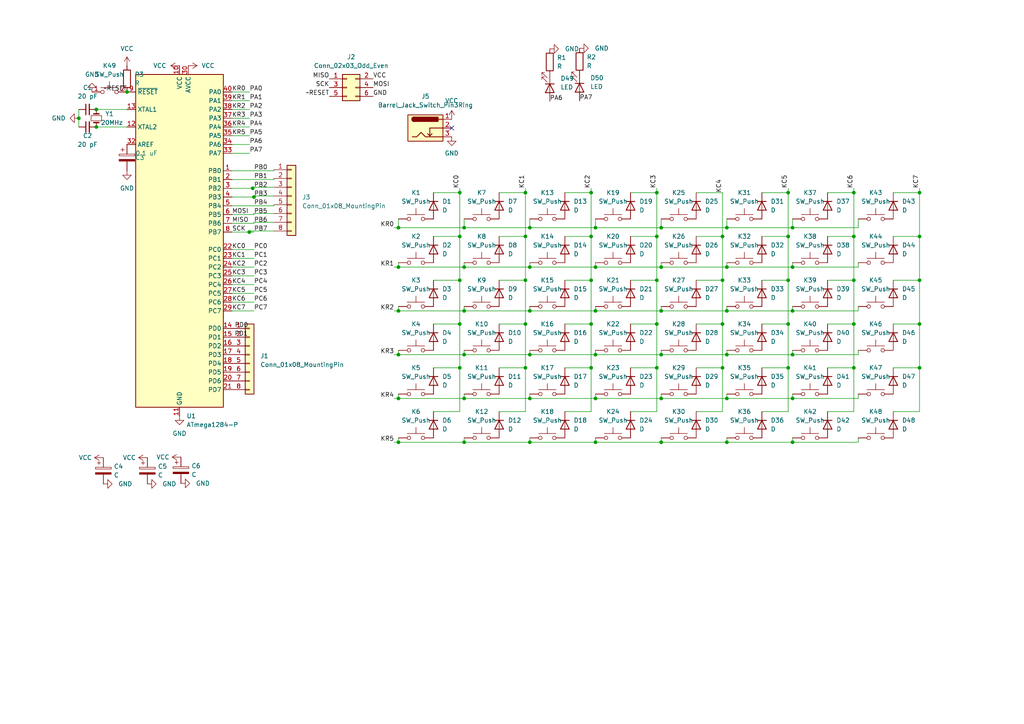
<source format=kicad_sch>
(kicad_sch (version 20211123) (generator eeschema)
  (paper "A4")
  (junction (at 247.65 106.68))
  (junction (at 229.87 90.17))
  (junction (at 22.86 34.29))
  (junction (at 210.82 115.57))
  (junction (at 210.82 128.27))
  (junction (at 152.4 93.98))
  (junction (at 171.45 106.68))
  (junction (at 73.66 57.15))
  (junction (at 228.6 81.28))
  (junction (at 152.4 68.58))
  (junction (at 228.6 55.88))
  (junction (at 229.87 66.04))
  (junction (at 266.7 81.28))
  (junction (at 191.77 66.04))
  (junction (at 172.72 66.04))
  (junction (at 209.55 81.28))
  (junction (at 133.35 55.88))
  (junction (at 115.57 90.17))
  (junction (at 209.55 106.68))
  (junction (at 247.65 68.58))
  (junction (at 115.57 77.47))
  (junction (at 172.72 102.87))
  (junction (at 228.6 93.98))
  (junction (at 171.45 93.98))
  (junction (at 210.82 90.17))
  (junction (at 171.45 81.28))
  (junction (at 134.62 90.17))
  (junction (at 152.4 55.88))
  (junction (at 247.65 55.88))
  (junction (at 266.7 93.98))
  (junction (at 134.62 102.87))
  (junction (at 172.72 128.27))
  (junction (at 27.94 31.75))
  (junction (at 171.45 55.88))
  (junction (at 210.82 66.04))
  (junction (at 191.77 77.47))
  (junction (at 229.87 77.47))
  (junction (at 133.35 68.58))
  (junction (at 115.57 66.04))
  (junction (at 229.87 115.57))
  (junction (at 115.57 102.87))
  (junction (at 134.62 77.47))
  (junction (at 190.5 81.28))
  (junction (at 73.3044 54.61))
  (junction (at 133.35 81.28))
  (junction (at 228.6 106.68))
  (junction (at 115.57 128.27))
  (junction (at 172.72 77.47))
  (junction (at 133.35 93.98))
  (junction (at 229.87 128.27))
  (junction (at 210.82 77.47))
  (junction (at 153.67 128.27))
  (junction (at 36.83 26.67))
  (junction (at 153.67 102.87))
  (junction (at 191.77 90.17))
  (junction (at 152.4 106.68))
  (junction (at 191.77 115.57))
  (junction (at 266.7 68.58))
  (junction (at 153.67 66.04))
  (junction (at 153.67 115.57))
  (junction (at 190.5 106.68))
  (junction (at 191.77 102.87))
  (junction (at 229.87 102.87))
  (junction (at 266.7 55.88))
  (junction (at 153.67 90.17))
  (junction (at 190.5 55.88))
  (junction (at 133.35 106.68))
  (junction (at 228.6 68.58))
  (junction (at 247.65 81.28))
  (junction (at 191.77 128.27))
  (junction (at 171.45 68.58))
  (junction (at 266.7 106.68))
  (junction (at 153.67 77.47))
  (junction (at 134.62 66.04))
  (junction (at 172.72 90.17))
  (junction (at 247.65 93.98))
  (junction (at 190.5 93.98))
  (junction (at 115.57 115.57))
  (junction (at 72.2884 67.31))
  (junction (at 27.94 36.83))
  (junction (at 134.62 128.27))
  (junction (at 210.82 102.87))
  (junction (at 172.72 115.57))
  (junction (at 209.55 93.98))
  (junction (at 190.5 68.58))
  (junction (at 134.62 115.57))
  (junction (at 152.4 81.28))
  (junction (at 209.55 68.58))
  (no_connect (at 131.0132 37.1348))
  (wire (pts (xy 191.77 63.5) (xy 191.77 66.04)))
  (wire (pts (xy 191.77 127) (xy 191.77 128.27)))
  (wire (pts (xy 144.78 68.58) (xy 152.4 68.58)))
  (wire (pts (xy 163.83 93.98) (xy 171.45 93.98)))
  (wire (pts (xy 134.62 66.04) (xy 153.67 66.04)))
  (wire (pts (xy 228.6 55.88) (xy 228.6 68.58)))
  (wire (pts (xy 115.57 88.9) (xy 115.57 90.17)))
  (wire (pts (xy 171.45 68.58) (xy 171.45 81.28)))
  (wire (pts (xy 73.66 57.15) (xy 73.66 57.2008)))
  (wire (pts (xy 209.55 55.88) (xy 209.55 68.58)))
  (wire (pts (xy 191.77 114.3) (xy 191.77 115.57)))
  (wire (pts (xy 182.88 119.38) (xy 190.5 119.38)))
  (wire (pts (xy 79.4512 67.0052) (xy 72.2884 67.0052)))
  (wire (pts (xy 240.03 106.68) (xy 247.65 106.68)))
  (wire (pts (xy 228.6 54.61) (xy 228.6 55.88)))
  (wire (pts (xy 133.35 55.88) (xy 133.35 68.58)))
  (wire (pts (xy 210.82 128.27) (xy 229.87 128.27)))
  (wire (pts (xy 210.82 63.5) (xy 210.82 66.04)))
  (wire (pts (xy 229.87 76.2) (xy 229.87 77.47)))
  (wire (pts (xy 240.03 55.88) (xy 247.65 55.88)))
  (wire (pts (xy 190.5 93.98) (xy 190.5 106.68)))
  (wire (pts (xy 67.31 67.31) (xy 72.2884 67.31)))
  (wire (pts (xy 153.67 63.5) (xy 153.67 66.04)))
  (wire (pts (xy 134.62 128.27) (xy 153.67 128.27)))
  (wire (pts (xy 190.5 55.88) (xy 190.5 68.58)))
  (wire (pts (xy 229.87 128.27) (xy 248.92 128.27)))
  (wire (pts (xy 153.67 88.9) (xy 153.67 90.17)))
  (wire (pts (xy 240.03 68.58) (xy 247.65 68.58)))
  (wire (pts (xy 144.78 55.88) (xy 152.4 55.88)))
  (wire (pts (xy 191.77 66.04) (xy 210.82 66.04)))
  (wire (pts (xy 115.57 101.6) (xy 115.57 102.87)))
  (wire (pts (xy 191.77 102.87) (xy 210.82 102.87)))
  (wire (pts (xy 172.72 88.9) (xy 172.72 90.17)))
  (wire (pts (xy 125.73 81.28) (xy 133.35 81.28)))
  (wire (pts (xy 67.31 90.17) (xy 73.66 90.17)))
  (wire (pts (xy 153.67 102.87) (xy 172.72 102.87)))
  (wire (pts (xy 153.67 90.17) (xy 172.72 90.17)))
  (wire (pts (xy 67.31 57.15) (xy 73.66 57.15)))
  (wire (pts (xy 266.7 81.28) (xy 266.7 93.98)))
  (wire (pts (xy 125.73 68.58) (xy 133.35 68.58)))
  (wire (pts (xy 153.67 114.3) (xy 153.67 115.57)))
  (wire (pts (xy 220.98 55.88) (xy 228.6 55.88)))
  (wire (pts (xy 171.45 93.98) (xy 171.45 106.68)))
  (wire (pts (xy 247.65 54.61) (xy 247.65 55.88)))
  (wire (pts (xy 67.31 36.83) (xy 72.39 36.83)))
  (wire (pts (xy 79.4512 61.9252) (xy 73.66 61.9252)))
  (wire (pts (xy 240.03 119.38) (xy 247.65 119.38)))
  (wire (pts (xy 248.92 88.9) (xy 248.92 90.17)))
  (wire (pts (xy 266.7 106.68) (xy 266.7 119.38)))
  (wire (pts (xy 133.35 106.68) (xy 133.35 119.38)))
  (wire (pts (xy 248.92 101.6) (xy 248.92 102.87)))
  (wire (pts (xy 67.31 54.61) (xy 73.3044 54.61)))
  (wire (pts (xy 229.87 127) (xy 229.87 128.27)))
  (wire (pts (xy 191.77 76.2) (xy 191.77 77.47)))
  (wire (pts (xy 229.87 90.17) (xy 248.92 90.17)))
  (wire (pts (xy 73.3044 54.61) (xy 73.66 54.61)))
  (wire (pts (xy 259.08 106.68) (xy 266.7 106.68)))
  (wire (pts (xy 152.4 81.28) (xy 152.4 93.98)))
  (wire (pts (xy 172.72 102.87) (xy 191.77 102.87)))
  (wire (pts (xy 67.31 52.07) (xy 79.4512 52.07)))
  (wire (pts (xy 191.77 90.17) (xy 210.82 90.17)))
  (wire (pts (xy 153.67 66.04) (xy 172.72 66.04)))
  (wire (pts (xy 172.72 127) (xy 172.72 128.27)))
  (wire (pts (xy 163.83 55.88) (xy 171.45 55.88)))
  (wire (pts (xy 67.31 85.09) (xy 73.66 85.09)))
  (wire (pts (xy 67.31 41.91) (xy 72.39 41.91)))
  (wire (pts (xy 228.6 93.98) (xy 228.6 106.68)))
  (wire (pts (xy 67.31 62.23) (xy 73.66 62.23)))
  (wire (pts (xy 210.82 101.6) (xy 210.82 102.87)))
  (wire (pts (xy 266.7 93.98) (xy 266.7 106.68)))
  (wire (pts (xy 247.65 68.58) (xy 247.65 81.28)))
  (wire (pts (xy 134.62 88.9) (xy 134.62 90.17)))
  (wire (pts (xy 134.62 115.57) (xy 153.67 115.57)))
  (wire (pts (xy 134.62 102.87) (xy 153.67 102.87)))
  (wire (pts (xy 114.3 90.17) (xy 115.57 90.17)))
  (wire (pts (xy 79.4512 52.07) (xy 79.4512 51.7652)))
  (wire (pts (xy 228.6 68.58) (xy 228.6 81.28)))
  (wire (pts (xy 134.62 77.47) (xy 153.67 77.47)))
  (wire (pts (xy 229.87 102.87) (xy 248.92 102.87)))
  (wire (pts (xy 134.62 127) (xy 134.62 128.27)))
  (wire (pts (xy 201.93 55.88) (xy 209.55 55.88)))
  (wire (pts (xy 210.82 77.47) (xy 229.87 77.47)))
  (wire (pts (xy 67.31 34.29) (xy 72.39 34.29)))
  (wire (pts (xy 67.31 31.75) (xy 72.39 31.75)))
  (wire (pts (xy 191.77 101.6) (xy 191.77 102.87)))
  (wire (pts (xy 144.78 93.98) (xy 152.4 93.98)))
  (wire (pts (xy 171.45 106.68) (xy 171.45 119.38)))
  (wire (pts (xy 266.7 68.58) (xy 266.7 81.28)))
  (wire (pts (xy 125.73 55.88) (xy 133.35 55.88)))
  (wire (pts (xy 73.66 64.4652) (xy 73.66 64.77)))
  (wire (pts (xy 163.83 119.38) (xy 171.45 119.38)))
  (wire (pts (xy 172.72 76.2) (xy 172.72 77.47)))
  (wire (pts (xy 163.83 106.68) (xy 171.45 106.68)))
  (wire (pts (xy 201.93 119.38) (xy 209.55 119.38)))
  (wire (pts (xy 191.77 77.47) (xy 210.82 77.47)))
  (wire (pts (xy 67.31 72.39) (xy 73.66 72.39)))
  (wire (pts (xy 67.31 87.63) (xy 73.66 87.63)))
  (wire (pts (xy 73.3044 54.3052) (xy 73.3044 54.61)))
  (wire (pts (xy 171.45 55.88) (xy 171.45 68.58)))
  (wire (pts (xy 182.88 55.88) (xy 190.5 55.88)))
  (wire (pts (xy 172.72 101.6) (xy 172.72 102.87)))
  (wire (pts (xy 172.72 63.5) (xy 172.72 66.04)))
  (wire (pts (xy 220.98 81.28) (xy 228.6 81.28)))
  (wire (pts (xy 144.78 106.68) (xy 152.4 106.68)))
  (wire (pts (xy 114.3 115.57) (xy 115.57 115.57)))
  (wire (pts (xy 67.31 59.69) (xy 79.4512 59.69)))
  (wire (pts (xy 79.4512 49.53) (xy 79.4512 49.2252)))
  (wire (pts (xy 190.5 68.58) (xy 190.5 81.28)))
  (wire (pts (xy 27.94 31.75) (xy 36.83 31.75)))
  (wire (pts (xy 248.92 76.2) (xy 248.92 77.47)))
  (wire (pts (xy 144.78 81.28) (xy 152.4 81.28)))
  (wire (pts (xy 248.92 114.3) (xy 248.92 115.57)))
  (wire (pts (xy 259.08 119.38) (xy 266.7 119.38)))
  (wire (pts (xy 114.3 66.04) (xy 115.57 66.04)))
  (wire (pts (xy 163.83 68.58) (xy 171.45 68.58)))
  (wire (pts (xy 210.82 127) (xy 210.82 128.27)))
  (wire (pts (xy 115.57 90.17) (xy 134.62 90.17)))
  (wire (pts (xy 247.65 93.98) (xy 247.65 106.68)))
  (wire (pts (xy 153.67 128.27) (xy 172.72 128.27)))
  (wire (pts (xy 210.82 115.57) (xy 229.87 115.57)))
  (wire (pts (xy 134.62 101.6) (xy 134.62 102.87)))
  (wire (pts (xy 114.3 128.27) (xy 115.57 128.27)))
  (wire (pts (xy 67.31 49.53) (xy 79.4512 49.53)))
  (wire (pts (xy 259.08 93.98) (xy 266.7 93.98)))
  (wire (pts (xy 22.86 34.29) (xy 22.86 36.83)))
  (wire (pts (xy 182.88 68.58) (xy 190.5 68.58)))
  (wire (pts (xy 209.55 81.28) (xy 209.55 93.98)))
  (wire (pts (xy 210.82 88.9) (xy 210.82 90.17)))
  (wire (pts (xy 247.65 106.68) (xy 247.65 119.38)))
  (wire (pts (xy 247.65 81.28) (xy 247.65 93.98)))
  (wire (pts (xy 115.57 128.27) (xy 134.62 128.27)))
  (wire (pts (xy 133.35 54.61) (xy 133.35 55.88)))
  (wire (pts (xy 163.83 81.28) (xy 171.45 81.28)))
  (wire (pts (xy 210.82 76.2) (xy 210.82 77.47)))
  (wire (pts (xy 153.67 76.2) (xy 153.67 77.47)))
  (wire (pts (xy 79.4512 54.3052) (xy 73.3044 54.3052)))
  (wire (pts (xy 190.5 54.61) (xy 190.5 55.88)))
  (wire (pts (xy 153.67 101.6) (xy 153.67 102.87)))
  (wire (pts (xy 191.77 115.57) (xy 210.82 115.57)))
  (wire (pts (xy 152.4 106.68) (xy 152.4 119.38)))
  (wire (pts (xy 133.35 68.58) (xy 133.35 81.28)))
  (wire (pts (xy 228.6 106.68) (xy 228.6 119.38)))
  (wire (pts (xy 115.57 77.47) (xy 134.62 77.47)))
  (wire (pts (xy 229.87 88.9) (xy 229.87 90.17)))
  (wire (pts (xy 125.73 119.38) (xy 133.35 119.38)))
  (wire (pts (xy 72.2884 67.31) (xy 73.66 67.31)))
  (wire (pts (xy 153.67 127) (xy 153.67 128.27)))
  (wire (pts (xy 153.67 77.47) (xy 172.72 77.47)))
  (wire (pts (xy 134.62 63.5) (xy 134.62 66.04)))
  (wire (pts (xy 229.87 63.5) (xy 229.87 66.04)))
  (wire (pts (xy 229.87 101.6) (xy 229.87 102.87)))
  (wire (pts (xy 210.82 90.17) (xy 229.87 90.17)))
  (wire (pts (xy 114.3 102.87) (xy 115.57 102.87)))
  (wire (pts (xy 152.4 68.58) (xy 152.4 81.28)))
  (wire (pts (xy 229.87 115.57) (xy 248.92 115.57)))
  (wire (pts (xy 190.5 81.28) (xy 190.5 93.98)))
  (wire (pts (xy 259.08 55.88) (xy 266.7 55.88)))
  (wire (pts (xy 115.57 102.87) (xy 134.62 102.87)))
  (wire (pts (xy 134.62 114.3) (xy 134.62 115.57)))
  (wire (pts (xy 67.31 64.77) (xy 73.66 64.77)))
  (wire (pts (xy 133.35 93.98) (xy 133.35 106.68)))
  (wire (pts (xy 152.4 93.98) (xy 152.4 106.68)))
  (wire (pts (xy 201.93 106.68) (xy 209.55 106.68)))
  (wire (pts (xy 248.92 127) (xy 248.92 128.27)))
  (wire (pts (xy 152.4 54.61) (xy 152.4 55.88)))
  (wire (pts (xy 172.72 77.47) (xy 191.77 77.47)))
  (wire (pts (xy 152.4 55.88) (xy 152.4 68.58)))
  (wire (pts (xy 73.66 61.9252) (xy 73.66 62.23)))
  (wire (pts (xy 240.03 93.98) (xy 247.65 93.98)))
  (wire (pts (xy 115.57 127) (xy 115.57 128.27)))
  (wire (pts (xy 67.31 82.55) (xy 73.66 82.55)))
  (wire (pts (xy 209.55 93.98) (xy 209.55 106.68)))
  (wire (pts (xy 67.31 26.67) (xy 72.39 26.67)))
  (wire (pts (xy 67.31 39.37) (xy 72.39 39.37)))
  (wire (pts (xy 209.55 106.68) (xy 209.55 119.38)))
  (wire (pts (xy 190.5 106.68) (xy 190.5 119.38)))
  (wire (pts (xy 67.31 74.93) (xy 73.66 74.93)))
  (wire (pts (xy 171.45 81.28) (xy 171.45 93.98)))
  (wire (pts (xy 182.88 106.68) (xy 190.5 106.68)))
  (wire (pts (xy 259.08 68.58) (xy 266.7 68.58)))
  (wire (pts (xy 134.62 76.2) (xy 134.62 77.47)))
  (wire (pts (xy 115.57 114.3) (xy 115.57 115.57)))
  (wire (pts (xy 172.72 114.3) (xy 172.72 115.57)))
  (wire (pts (xy 182.88 81.28) (xy 190.5 81.28)))
  (wire (pts (xy 172.72 115.57) (xy 191.77 115.57)))
  (wire (pts (xy 201.93 81.28) (xy 209.55 81.28)))
  (wire (pts (xy 201.93 93.98) (xy 209.55 93.98)))
  (wire (pts (xy 73.66 56.8452) (xy 73.66 57.15)))
  (wire (pts (xy 22.86 31.75) (xy 22.86 34.29)))
  (wire (pts (xy 67.31 44.45) (xy 72.39 44.45)))
  (wire (pts (xy 172.72 66.04) (xy 191.77 66.04)))
  (wire (pts (xy 259.08 81.28) (xy 266.7 81.28)))
  (wire (pts (xy 153.67 115.57) (xy 172.72 115.57)))
  (wire (pts (xy 229.87 114.3) (xy 229.87 115.57)))
  (wire (pts (xy 266.7 54.61) (xy 266.7 55.88)))
  (wire (pts (xy 220.98 93.98) (xy 228.6 93.98)))
  (wire (pts (xy 220.98 106.68) (xy 228.6 106.68)))
  (wire (pts (xy 229.87 77.47) (xy 248.92 77.47)))
  (wire (pts (xy 115.57 63.5) (xy 115.57 66.04)))
  (wire (pts (xy 228.6 81.28) (xy 228.6 93.98)))
  (wire (pts (xy 220.98 119.38) (xy 228.6 119.38)))
  (wire (pts (xy 247.65 55.88) (xy 247.65 68.58)))
  (wire (pts (xy 209.55 68.58) (xy 209.55 81.28)))
  (wire (pts (xy 79.4512 56.8452) (xy 73.66 56.8452)))
  (wire (pts (xy 79.4512 64.4652) (xy 73.66 64.4652)))
  (wire (pts (xy 67.31 77.47) (xy 73.66 77.47)))
  (wire (pts (xy 191.77 128.27) (xy 210.82 128.27)))
  (wire (pts (xy 67.31 29.21) (xy 72.39 29.21)))
  (wire (pts (xy 229.87 66.04) (xy 248.92 66.04)))
  (wire (pts (xy 210.82 102.87) (xy 229.87 102.87)))
  (wire (pts (xy 72.2884 67.0052) (xy 72.2884 67.31)))
  (wire (pts (xy 134.62 90.17) (xy 153.67 90.17)))
  (wire (pts (xy 144.78 119.38) (xy 152.4 119.38)))
  (wire (pts (xy 172.72 90.17) (xy 191.77 90.17)))
  (wire (pts (xy 201.93 68.58) (xy 209.55 68.58)))
  (wire (pts (xy 240.03 81.28) (xy 247.65 81.28)))
  (wire (pts (xy 114.3 77.47) (xy 115.57 77.47)))
  (wire (pts (xy 248.92 63.5) (xy 248.92 66.04)))
  (wire (pts (xy 125.73 106.68) (xy 133.35 106.68)))
  (wire (pts (xy 115.57 76.2) (xy 115.57 77.47)))
  (wire (pts (xy 79.4512 59.69) (xy 79.4512 59.3852)))
  (wire (pts (xy 220.98 68.58) (xy 228.6 68.58)))
  (wire (pts (xy 125.73 93.98) (xy 133.35 93.98)))
  (wire (pts (xy 210.82 66.04) (xy 229.87 66.04)))
  (wire (pts (xy 115.57 115.57) (xy 134.62 115.57)))
  (wire (pts (xy 115.57 66.04) (xy 134.62 66.04)))
  (wire (pts (xy 266.7 55.88) (xy 266.7 68.58)))
  (wire (pts (xy 27.94 36.83) (xy 36.83 36.83)))
  (wire (pts (xy 191.77 88.9) (xy 191.77 90.17)))
  (wire (pts (xy 172.72 128.27) (xy 191.77 128.27)))
  (wire (pts (xy 133.35 81.28) (xy 133.35 93.98)))
  (wire (pts (xy 210.82 114.3) (xy 210.82 115.57)))
  (wire (pts (xy 67.31 80.01) (xy 73.66 80.01)))
  (wire (pts (xy 171.45 54.61) (xy 171.45 55.88)))
  (wire (pts (xy 182.88 93.98) (xy 190.5 93.98)))
  (label "KC1" (at 152.4 54.61 90))
  (label "KC2" (at 67.31 77.47 0))
  (label "KR2" (at 114.3 90.17 180))
  (label "~RESET" (at 95.504 27.94 180))
  (label "PA6" (at 72.39 41.91 0))
  (label "PA4" (at 72.39 36.83 0))
  (label "PB3" (at 73.66 57.15 0))
  (label "KR3" (at 114.3 102.87 180))
  (label "PA7" (at 72.39 44.45 0))
  (label "PB2" (at 73.66 54.61 0))
  (label "PC4" (at 73.66 82.55 0))
  (label "PA2" (at 72.39 31.75 0))
  (label "KC1" (at 67.31 74.93 0))
  (label "MISO" (at 67.31 64.77 0))
  (label "~RESET" (at 36.83 26.67 180))
  (label "MOSI" (at 67.31 62.23 0))
  (label "PB7" (at 73.66 67.31 0))
  (label "KR0" (at 67.31 26.67 0))
  (label "KC6" (at 67.31 87.63 0))
  (label "KC7" (at 67.31 90.17 0))
  (label "PC6" (at 73.66 87.63 0))
  (label "KC3" (at 67.31 80.01 0))
  (label "PA6" (at 159.4612 29.4132 0))
  (label "PD1" (at 68.0212 97.79 0))
  (label "KR0" (at 114.3 66.04 180))
  (label "KC4" (at 209.55 55.88 90))
  (label "PB6" (at 73.66 64.77 0))
  (label "KR5" (at 114.3 128.27 180))
  (label "SCK" (at 95.504 25.4 180))
  (label "PC0" (at 73.66 72.39 0))
  (label "KR4" (at 67.31 36.83 0))
  (label "PA0" (at 72.39 26.67 0))
  (label "KR5" (at 67.31 39.37 0))
  (label "KC0" (at 67.31 72.39 0))
  (label "PC5" (at 73.66 85.09 0))
  (label "KC5" (at 67.31 85.09 0))
  (label "KC4" (at 67.31 82.55 0))
  (label "PD0" (at 68.072 95.25 0))
  (label "KC5" (at 228.6 54.61 90))
  (label "SCK" (at 67.31 67.31 0))
  (label "PC2" (at 73.66 77.47 0))
  (label "PB1" (at 73.66 52.07 0))
  (label "VCC" (at 108.204 22.86 0))
  (label "PC3" (at 73.66 80.01 0))
  (label "PC1" (at 73.66 74.93 0))
  (label "KR1" (at 114.3 77.47 180))
  (label "KR4" (at 114.3 115.57 180))
  (label "PA7" (at 168.0972 29.2608 0))
  (label "KR1" (at 67.31 29.21 0))
  (label "KC2" (at 171.45 54.61 90))
  (label "KC0" (at 133.35 54.61 90))
  (label "PA1" (at 72.39 29.21 0))
  (label "PC7" (at 73.66 90.17 0))
  (label "MOSI" (at 108.204 25.4 0))
  (label "KR2" (at 67.31 31.75 0))
  (label "PB0" (at 73.66 49.53 0))
  (label "PA5" (at 72.39 39.37 0))
  (label "PB5" (at 73.66 62.23 0))
  (label "MISO" (at 95.504 22.86 180))
  (label "PA3" (at 72.39 34.29 0))
  (label "KC7" (at 266.7 54.61 90))
  (label "GND" (at 108.204 27.94 0))
  (label "PB4" (at 73.66 59.69 0))
  (label "KC6" (at 247.65 54.61 90))
  (label "KC3" (at 190.5 54.61 90))
  (label "KR3" (at 67.31 34.29 0))
  (symbol (lib_id "Switch:SW_Push") (at 234.95 88.9 0) (unit 1)
    (property "Reference" "K39" (at 234.95 81.28 0))
    (property "Value" "SW_Push" (at 234.95 83.82 0))
    (property "Footprint" "Button_Switch_Keyboard:SW_Cherry_MX_1.00u_PCB" (effects hide))
  )
  (symbol (lib_id "Device:D") (at 240.03 97.79 270) (unit 1)
    (property "Reference" "D40" (at 242.57 96.5199 90) (effects (justify left)))
    (property "Value" "D" (at 242.57 99.0599 90) (effects (justify left)))
    (property "Footprint" "Diode_THT:D_DO-41_SOD81_P7.62mm_Horizontal" (effects hide))
  )
  (symbol (lib_id "Device:D") (at 125.73 123.19 270) (unit 1)
    (property "Reference" "D6" (at 128.27 121.9199 90) (effects (justify left)))
    (property "Value" "D" (at 128.27 124.4599 90) (effects (justify left)))
    (property "Footprint" "Diode_THT:D_DO-41_SOD81_P7.62mm_Horizontal" (effects hide))
  )
  (symbol (lib_id "Device:LED") (at 159.4612 25.6032 270) (unit 1)
    (property "Reference" "D49" (at 162.56 22.7456 90) (effects (justify left)))
    (property "Value" "LED" (at 162.56 25.2856 90) (effects (justify left)))
    (property "Footprint" "LED_THT:LED_D5.0mm_Clear" (effects hide))
  )
  (symbol (lib_id "power:VCC") (at 29.972 132.7404 90) (unit 1)
    (property "Reference" "#PWR0111" (effects hide))
    (property "Value" "VCC" (at 26.67 132.7403 90) (effects (justify left)))
  )
  (symbol (lib_id "Switch:SW_Push") (at 215.9 88.9 0) (unit 1)
    (property "Reference" "K33" (at 215.9 81.28 0))
    (property "Value" "SW_Push" (at 215.9 83.82 0))
    (property "Footprint" "Button_Switch_Keyboard:SW_Cherry_MX_1.00u_PCB" (effects hide))
  )
  (symbol (lib_id "Device:D") (at 259.08 97.79 270) (unit 1)
    (property "Reference" "D46" (at 261.62 96.5199 90) (effects (justify left)))
    (property "Value" "D" (at 261.62 99.0599 90) (effects (justify left)))
    (property "Footprint" "Diode_THT:D_DO-41_SOD81_P7.62mm_Horizontal" (effects hide))
  )
  (symbol (lib_id "Device:D") (at 144.78 85.09 270) (unit 1)
    (property "Reference" "D9" (at 147.32 83.8199 90) (effects (justify left)))
    (property "Value" "D" (at 147.32 86.3599 90) (effects (justify left)))
    (property "Footprint" "Diode_THT:D_DO-41_SOD81_P7.62mm_Horizontal" (effects hide))
  )
  (symbol (lib_id "Switch:SW_Push") (at 215.9 63.5 0) (unit 1)
    (property "Reference" "K31" (at 215.9 55.88 0))
    (property "Value" "SW_Push" (at 215.9 58.42 0))
    (property "Footprint" "Button_Switch_Keyboard:SW_Cherry_MX_1.00u_PCB" (effects hide))
  )
  (symbol (lib_id "power:GND") (at 36.83 49.53 0) (unit 1)
    (property "Reference" "#PWR0105" (effects hide))
    (property "Value" "GND" (at 36.83 54.61 0))
  )
  (symbol (lib_id "Device:D") (at 240.03 85.09 270) (unit 1)
    (property "Reference" "D39" (at 242.57 83.8199 90) (effects (justify left)))
    (property "Value" "D" (at 242.57 86.3599 90) (effects (justify left)))
    (property "Footprint" "Diode_THT:D_DO-41_SOD81_P7.62mm_Horizontal" (effects hide))
  )
  (symbol (lib_id "Switch:SW_Push") (at 120.65 76.2 0) (unit 1)
    (property "Reference" "K2" (at 120.65 68.58 0))
    (property "Value" "SW_Push" (at 120.65 71.12 0))
    (property "Footprint" "Button_Switch_Keyboard:SW_Cherry_MX_1.00u_PCB" (effects hide))
  )
  (symbol (lib_id "Device:C_Small") (at 25.4 36.83 90) (unit 1)
    (property "Reference" "C2" (at 25.4 39.37 90))
    (property "Value" "20 pF" (at 25.4 41.91 90))
    (property "Footprint" "Capacitor_THT:C_Disc_D3.0mm_W1.6mm_P2.50mm" (effects hide))
  )
  (symbol (lib_id "Device:LED") (at 168.0972 25.4508 270) (unit 1)
    (property "Reference" "D50" (at 171.196 22.5932 90) (effects (justify left)))
    (property "Value" "LED" (at 171.196 25.1332 90) (effects (justify left)))
    (property "Footprint" "LED_THT:LED_D5.0mm_Clear" (effects hide))
  )
  (symbol (lib_id "power:VCC") (at 52.4764 132.588 90) (unit 1)
    (property "Reference" "#PWR0109" (effects hide))
    (property "Value" "VCC" (at 49.1744 132.5879 90) (effects (justify left)))
  )
  (symbol (lib_id "power:GND") (at 159.4612 14.1732 90) (unit 1)
    (property "Reference" "#PWR0115" (effects hide))
    (property "Value" "GND" (at 163.83 14.1731 90) (effects (justify right)))
  )
  (symbol (lib_id "Device:D") (at 259.08 72.39 270) (unit 1)
    (property "Reference" "D44" (at 261.62 71.1199 90) (effects (justify left)))
    (property "Value" "D" (at 261.62 73.6599 90) (effects (justify left)))
    (property "Footprint" "Diode_THT:D_DO-41_SOD81_P7.62mm_Horizontal" (effects hide))
  )
  (symbol (lib_id "Switch:SW_Push") (at 254 63.5 0) (unit 1)
    (property "Reference" "K43" (at 254 55.88 0))
    (property "Value" "SW_Push" (at 254 58.42 0))
    (property "Footprint" "Button_Switch_Keyboard:SW_Cherry_MX_1.00u_PCB" (effects hide))
  )
  (symbol (lib_id "Device:D") (at 259.08 110.49 270) (unit 1)
    (property "Reference" "D47" (at 261.62 109.2199 90) (effects (justify left)))
    (property "Value" "D" (at 261.62 111.7599 90) (effects (justify left)))
    (property "Footprint" "Diode_THT:D_DO-41_SOD81_P7.62mm_Horizontal" (effects hide))
  )
  (symbol (lib_id "Switch:SW_Push") (at 234.95 101.6 0) (unit 1)
    (property "Reference" "K40" (at 234.95 93.98 0))
    (property "Value" "SW_Push" (at 234.95 96.52 0))
    (property "Footprint" "Button_Switch_Keyboard:SW_Cherry_MX_1.00u_PCB" (effects hide))
  )
  (symbol (lib_id "Switch:SW_Push") (at 177.8 127 0) (unit 1)
    (property "Reference" "K24" (at 177.8 119.38 0))
    (property "Value" "SW_Push" (at 177.8 121.92 0))
    (property "Footprint" "Button_Switch_Keyboard:SW_Cherry_MX_1.00u_PCB" (effects hide))
  )
  (symbol (lib_id "Switch:SW_Push") (at 234.95 63.5 0) (unit 1)
    (property "Reference" "K37" (at 234.95 55.88 0))
    (property "Value" "SW_Push" (at 234.95 58.42 0))
    (property "Footprint" "Button_Switch_Keyboard:SW_Cherry_MX_1.00u_PCB" (effects hide))
  )
  (symbol (lib_id "Switch:SW_Push") (at 196.85 127 0) (unit 1)
    (property "Reference" "K30" (at 196.85 119.38 0))
    (property "Value" "SW_Push" (at 196.85 121.92 0))
    (property "Footprint" "Button_Switch_Keyboard:SW_Cherry_MX_1.00u_PCB" (effects hide))
  )
  (symbol (lib_id "power:GND") (at 52.4764 140.208 90) (unit 1)
    (property "Reference" "#PWR0108" (effects hide))
    (property "Value" "GND" (at 56.7944 140.2079 90) (effects (justify right)))
  )
  (symbol (lib_id "Device:D") (at 201.93 110.49 270) (unit 1)
    (property "Reference" "D29" (at 204.47 109.2199 90) (effects (justify left)))
    (property "Value" "D" (at 204.47 111.7599 90) (effects (justify left)))
    (property "Footprint" "Diode_THT:D_DO-41_SOD81_P7.62mm_Horizontal" (effects hide))
  )
  (symbol (lib_id "MCU_Microchip_ATmega:ATmega1284-P") (at 52.07 69.85 0) (unit 1)
    (property "Reference" "U1" (at 54.0894 120.65 0) (effects (justify left)))
    (property "Value" "ATmega1284-P" (at 54.0894 123.19 0) (effects (justify left)))
    (property "Footprint" "Package_DIP:DIP-40_W15.24mm_Socket" (effects hide))
    (property "Datasheet" "http://ww1.microchip.com/downloads/en/DeviceDoc/Atmel-8272-8-bit-AVR-microcontroller-ATmega164A_PA-324A_PA-644A_PA-1284_P_datasheet.pdf" (effects hide))
  )
  (symbol (lib_id "Device:D") (at 201.93 123.19 270) (unit 1)
    (property "Reference" "D30" (at 204.47 121.9199 90) (effects (justify left)))
    (property "Value" "D" (at 204.47 124.4599 90) (effects (justify left)))
    (property "Footprint" "Diode_THT:D_DO-41_SOD81_P7.62mm_Horizontal" (effects hide))
  )
  (symbol (lib_id "Device:D") (at 240.03 59.69 270) (unit 1)
    (property "Reference" "D37" (at 242.57 58.4199 90) (effects (justify left)))
    (property "Value" "D" (at 242.57 60.9599 90) (effects (justify left)))
    (property "Footprint" "Diode_THT:D_DO-41_SOD81_P7.62mm_Horizontal" (effects hide))
  )
  (symbol (lib_id "Connector_Generic:Conn_01x08") (at 84.5312 56.8452 0) (unit 1)
    (property "Reference" "J3" (at 87.63 57.2007 0) (effects (justify left)))
    (property "Value" "Conn_01x08_MountingPin" (at 87.63 59.7407 0) (effects (justify left)))
    (property "Footprint" "Connector_PinHeader_2.54mm:PinHeader_1x08_P2.54mm_Vertical" (effects hide))
  )
  (symbol (lib_id "Switch:SW_Push") (at 196.85 63.5 0) (unit 1)
    (property "Reference" "K25" (at 196.85 55.88 0))
    (property "Value" "SW_Push" (at 196.85 58.42 0))
    (property "Footprint" "Button_Switch_Keyboard:SW_Cherry_MX_1.00u_PCB" (effects hide))
  )
  (symbol (lib_id "Switch:SW_Push") (at 120.65 101.6 0) (unit 1)
    (property "Reference" "K4" (at 120.65 93.98 0))
    (property "Value" "SW_Push" (at 120.65 96.52 0))
    (property "Footprint" "Button_Switch_Keyboard:SW_Cherry_MX_1.00u_PCB" (effects hide))
  )
  (symbol (lib_id "Switch:SW_Push") (at 120.65 63.5 0) (unit 1)
    (property "Reference" "K1" (at 120.65 55.88 0))
    (property "Value" "SW_Push" (at 120.65 58.42 0))
    (property "Footprint" "Button_Switch_Keyboard:SW_Cherry_MX_1.00u_PCB" (effects hide))
  )
  (symbol (lib_id "Device:D") (at 220.98 72.39 270) (unit 1)
    (property "Reference" "D32" (at 223.52 71.1199 90) (effects (justify left)))
    (property "Value" "D" (at 223.52 73.6599 90) (effects (justify left)))
    (property "Footprint" "Diode_THT:D_DO-41_SOD81_P7.62mm_Horizontal" (effects hide))
  )
  (symbol (lib_id "power:GND") (at 52.07 120.65 0) (unit 1)
    (property "Reference" "#PWR0101" (effects hide))
    (property "Value" "GND" (at 52.07 125.73 0))
  )
  (symbol (lib_id "power:VCC") (at 52.07 19.05 90) (unit 1)
    (property "Reference" "#PWR0102" (effects hide))
    (property "Value" "VCC" (at 48.26 19.0499 90) (effects (justify left)))
  )
  (symbol (lib_id "Device:D") (at 144.78 110.49 270) (unit 1)
    (property "Reference" "D11" (at 147.32 109.2199 90) (effects (justify left)))
    (property "Value" "D" (at 147.32 111.7599 90) (effects (justify left)))
    (property "Footprint" "Diode_THT:D_DO-41_SOD81_P7.62mm_Horizontal" (effects hide))
  )
  (symbol (lib_id "Switch:SW_Push") (at 120.65 114.3 0) (unit 1)
    (property "Reference" "K5" (at 120.65 106.68 0))
    (property "Value" "SW_Push" (at 120.65 109.22 0))
    (property "Footprint" "Button_Switch_Keyboard:SW_Cherry_MX_1.00u_PCB" (effects hide))
  )
  (symbol (lib_id "Switch:SW_Push") (at 254 114.3 0) (unit 1)
    (property "Reference" "K47" (at 254 106.68 0))
    (property "Value" "SW_Push" (at 254 109.22 0))
    (property "Footprint" "Button_Switch_Keyboard:SW_Cherry_MX_1.00u_PCB" (effects hide))
  )
  (symbol (lib_id "Device:D") (at 163.83 85.09 270) (unit 1)
    (property "Reference" "D15" (at 166.37 83.8199 90) (effects (justify left)))
    (property "Value" "D" (at 166.37 86.3599 90) (effects (justify left)))
    (property "Footprint" "Diode_THT:D_DO-41_SOD81_P7.62mm_Horizontal" (effects hide))
  )
  (symbol (lib_id "Switch:SW_Push") (at 120.65 88.9 0) (unit 1)
    (property "Reference" "K3" (at 120.65 81.28 0))
    (property "Value" "SW_Push" (at 120.65 83.82 0))
    (property "Footprint" "Button_Switch_Keyboard:SW_Cherry_MX_1.00u_PCB" (effects hide))
  )
  (symbol (lib_id "Switch:SW_Push") (at 215.9 127 0) (unit 1)
    (property "Reference" "K36" (at 215.9 119.38 0))
    (property "Value" "SW_Push" (at 215.9 121.92 0))
    (property "Footprint" "Button_Switch_Keyboard:SW_Cherry_MX_1.00u_PCB" (effects hide))
  )
  (symbol (lib_id "Device:D") (at 144.78 123.19 270) (unit 1)
    (property "Reference" "D12" (at 147.32 121.9199 90) (effects (justify left)))
    (property "Value" "D" (at 147.32 124.4599 90) (effects (justify left)))
    (property "Footprint" "Diode_THT:D_DO-41_SOD81_P7.62mm_Horizontal" (effects hide))
  )
  (symbol (lib_id "power:GND") (at 29.972 140.3604 90) (unit 1)
    (property "Reference" "#PWR0112" (effects hide))
    (property "Value" "GND" (at 34.29 140.3603 90) (effects (justify right)))
  )
  (symbol (lib_id "Switch:SW_Push") (at 158.75 114.3 0) (unit 1)
    (property "Reference" "K17" (at 158.75 106.68 0))
    (property "Value" "SW_Push" (at 158.75 109.22 0))
    (property "Footprint" "Button_Switch_Keyboard:SW_Cherry_MX_1.00u_PCB" (effects hide))
  )
  (symbol (lib_id "Device:D") (at 259.08 85.09 270) (unit 1)
    (property "Reference" "D45" (at 261.62 83.8199 90) (effects (justify left)))
    (property "Value" "D" (at 261.62 86.3599 90) (effects (justify left)))
    (property "Footprint" "Diode_THT:D_DO-41_SOD81_P7.62mm_Horizontal" (effects hide))
  )
  (symbol (lib_id "Device:D") (at 163.83 110.49 270) (unit 1)
    (property "Reference" "D17" (at 166.37 109.2199 90) (effects (justify left)))
    (property "Value" "D" (at 166.37 111.7599 90) (effects (justify left)))
    (property "Footprint" "Diode_THT:D_DO-41_SOD81_P7.62mm_Horizontal" (effects hide))
  )
  (symbol (lib_id "Device:C_Polarized") (at 52.4764 136.398 0) (unit 1)
    (property "Reference" "C6" (at 55.5244 135.1279 0) (effects (justify left)))
    (property "Value" "C" (at 55.5244 137.6679 0) (effects (justify left)))
    (property "Footprint" "Capacitor_THT:CP_Radial_D5.0mm_P2.00mm" (effects hide))
  )
  (symbol (lib_id "Switch:SW_Push") (at 120.65 127 0) (unit 1)
    (property "Reference" "K6" (at 120.65 119.38 0))
    (property "Value" "SW_Push" (at 120.65 121.92 0))
    (property "Footprint" "Button_Switch_Keyboard:SW_Cherry_MX_1.00u_PCB" (effects hide))
  )
  (symbol (lib_id "Device:D") (at 125.73 110.49 270) (unit 1)
    (property "Reference" "D5" (at 128.27 109.2199 90) (effects (justify left)))
    (property "Value" "D" (at 128.27 111.7599 90) (effects (justify left)))
    (property "Footprint" "Diode_THT:D_DO-41_SOD81_P7.62mm_Horizontal" (effects hide))
  )
  (symbol (lib_id "Device:D") (at 220.98 59.69 270) (unit 1)
    (property "Reference" "D31" (at 223.52 58.4199 90) (effects (justify left)))
    (property "Value" "D" (at 223.52 60.9599 90) (effects (justify left)))
    (property "Footprint" "Diode_THT:D_DO-41_SOD81_P7.62mm_Horizontal" (effects hide))
  )
  (symbol (lib_id "power:VCC") (at 36.83 19.05 0) (unit 1)
    (property "Reference" "#PWR0117" (effects hide))
    (property "Value" "VCC" (at 36.83 14.1224 0))
  )
  (symbol (lib_id "Device:R") (at 168.0972 17.8308 0) (unit 1)
    (property "Reference" "R2" (at 170.18 16.5607 0) (effects (justify left)))
    (property "Value" "R" (at 170.18 19.1007 0) (effects (justify left)))
    (property "Footprint" "Resistor_THT:R_Axial_DIN0204_L3.6mm_D1.6mm_P5.08mm_Horizontal" (effects hide))
  )
  (symbol (lib_id "Switch:SW_Push") (at 177.8 88.9 0) (unit 1)
    (property "Reference" "K21" (at 177.8 81.28 0))
    (property "Value" "SW_Push" (at 177.8 83.82 0))
    (property "Footprint" "Button_Switch_Keyboard:SW_Cherry_MX_1.00u_PCB" (effects hide))
  )
  (symbol (lib_id "Device:D") (at 182.88 123.19 270) (unit 1)
    (property "Reference" "D24" (at 185.42 121.9199 90) (effects (justify left)))
    (property "Value" "D" (at 185.42 124.4599 90) (effects (justify left)))
    (property "Footprint" "Diode_THT:D_DO-41_SOD81_P7.62mm_Horizontal" (effects hide))
  )
  (symbol (lib_id "Device:D") (at 259.08 59.69 270) (unit 1)
    (property "Reference" "D43" (at 261.62 58.4199 90) (effects (justify left)))
    (property "Value" "D" (at 261.62 60.9599 90) (effects (justify left)))
    (property "Footprint" "Diode_THT:D_DO-41_SOD81_P7.62mm_Horizontal" (effects hide))
  )
  (symbol (lib_id "Switch:SW_Push") (at 139.7 88.9 0) (unit 1)
    (property "Reference" "K9" (at 139.7 81.28 0))
    (property "Value" "SW_Push" (at 139.7 83.82 0))
    (property "Footprint" "Button_Switch_Keyboard:SW_Cherry_MX_1.00u_PCB" (effects hide))
  )
  (symbol (lib_id "Device:D") (at 163.83 97.79 270) (unit 1)
    (property "Reference" "D16" (at 166.37 96.5199 90) (effects (justify left)))
    (property "Value" "D" (at 166.37 99.0599 90) (effects (justify left)))
    (property "Footprint" "Diode_THT:D_DO-41_SOD81_P7.62mm_Horizontal" (effects hide))
  )
  (symbol (lib_id "Switch:SW_Push") (at 139.7 114.3 0) (unit 1)
    (property "Reference" "K11" (at 139.7 106.68 0))
    (property "Value" "SW_Push" (at 139.7 109.22 0))
    (property "Footprint" "Button_Switch_Keyboard:SW_Cherry_MX_1.00u_PCB" (effects hide))
  )
  (symbol (lib_id "power:VCC") (at 42.7417 132.7404 90) (unit 1)
    (property "Reference" "#PWR0110" (effects hide))
    (property "Value" "VCC" (at 39.4397 132.7403 90) (effects (justify left)))
  )
  (symbol (lib_id "Device:D") (at 125.73 72.39 270) (unit 1)
    (property "Reference" "D2" (at 128.27 71.1199 90) (effects (justify left)))
    (property "Value" "D" (at 128.27 73.6599 90) (effects (justify left)))
    (property "Footprint" "Diode_THT:D_DO-41_SOD81_P7.62mm_Horizontal" (effects hide))
  )
  (symbol (lib_id "Device:D") (at 220.98 85.09 270) (unit 1)
    (property "Reference" "D33" (at 223.52 83.8199 90) (effects (justify left)))
    (property "Value" "D" (at 223.52 86.3599 90) (effects (justify left)))
    (property "Footprint" "Diode_THT:D_DO-41_SOD81_P7.62mm_Horizontal" (effects hide))
  )
  (symbol (lib_id "Connector_Generic:Conn_02x03_Odd_Even") (at 100.584 25.4 0) (unit 1)
    (property "Reference" "J2" (at 101.854 16.51 0))
    (property "Value" "Conn_02x03_Odd_Even" (at 101.854 19.05 0))
    (property "Footprint" "Connector_PinHeader_2.54mm:PinHeader_2x03_P2.54mm_Vertical" (effects hide))
  )
  (symbol (lib_id "Switch:SW_Push") (at 254 76.2 0) (unit 1)
    (property "Reference" "K44" (at 254 68.58 0))
    (property "Value" "SW_Push" (at 254 71.12 0))
    (property "Footprint" "Button_Switch_Keyboard:SW_Cherry_MX_1.00u_PCB" (effects hide))
  )
  (symbol (lib_id "Device:D") (at 125.73 85.09 270) (unit 1)
    (property "Reference" "D3" (at 128.27 83.8199 90) (effects (justify left)))
    (property "Value" "D" (at 128.27 86.3599 90) (effects (justify left)))
    (property "Footprint" "Diode_THT:D_DO-41_SOD81_P7.62mm_Horizontal" (effects hide))
  )
  (symbol (lib_id "Device:D") (at 163.83 59.69 270) (unit 1)
    (property "Reference" "D13" (at 166.37 58.4199 90) (effects (justify left)))
    (property "Value" "D" (at 166.37 60.9599 90) (effects (justify left)))
    (property "Footprint" "Diode_THT:D_DO-41_SOD81_P7.62mm_Horizontal" (effects hide))
  )
  (symbol (lib_id "Device:D") (at 125.73 59.69 270) (unit 1)
    (property "Reference" "D1" (at 128.27 58.4199 90) (effects (justify left)))
    (property "Value" "D" (at 128.27 60.9599 90) (effects (justify left)))
    (property "Footprint" "Diode_THT:D_DO-41_SOD81_P7.62mm_Horizontal" (effects hide))
  )
  (symbol (lib_id "Connector_Generic:Conn_01x08") (at 72.39 102.87 0) (unit 1)
    (property "Reference" "J1" (at 75.4888 103.2255 0) (effects (justify left)))
    (property "Value" "Conn_01x08_MountingPin" (at 75.4888 105.7655 0) (effects (justify left)))
    (property "Footprint" "Connector_PinHeader_2.54mm:PinHeader_1x08_P2.54mm_Vertical" (effects hide))
  )
  (symbol (lib_id "Switch:SW_Push") (at 158.75 88.9 0) (unit 1)
    (property "Reference" "K15" (at 158.75 81.28 0))
    (property "Value" "SW_Push" (at 158.75 83.82 0))
    (property "Footprint" "Button_Switch_Keyboard:SW_Cherry_MX_1.00u_PCB" (effects hide))
  )
  (symbol (lib_id "Switch:SW_Push") (at 254 127 0) (unit 1)
    (property "Reference" "K48" (at 254 119.38 0))
    (property "Value" "SW_Push" (at 254 121.92 0))
    (property "Footprint" "Button_Switch_Keyboard:SW_Cherry_MX_1.00u_PCB" (effects hide))
  )
  (symbol (lib_id "Device:D") (at 163.83 72.39 270) (unit 1)
    (property "Reference" "D14" (at 166.37 71.1199 90) (effects (justify left)))
    (property "Value" "D" (at 166.37 73.6599 90) (effects (justify left)))
    (property "Footprint" "Diode_THT:D_DO-41_SOD81_P7.62mm_Horizontal" (effects hide))
  )
  (symbol (lib_id "Switch:SW_Push") (at 139.7 76.2 0) (unit 1)
    (property "Reference" "K8" (at 139.7 68.58 0))
    (property "Value" "SW_Push" (at 139.7 71.12 0))
    (property "Footprint" "Button_Switch_Keyboard:SW_Cherry_MX_1.00u_PCB" (effects hide))
  )
  (symbol (lib_id "Switch:SW_Push") (at 215.9 114.3 0) (unit 1)
    (property "Reference" "K35" (at 215.9 106.68 0))
    (property "Value" "SW_Push" (at 215.9 109.22 0))
    (property "Footprint" "Button_Switch_Keyboard:SW_Cherry_MX_1.00u_PCB" (effects hide))
  )
  (symbol (lib_id "Switch:SW_Push") (at 177.8 63.5 0) (unit 1)
    (property "Reference" "K19" (at 177.8 55.88 0))
    (property "Value" "SW_Push" (at 177.8 58.42 0))
    (property "Footprint" "Button_Switch_Keyboard:SW_Cherry_MX_1.00u_PCB" (effects hide))
  )
  (symbol (lib_id "Switch:SW_Push") (at 158.75 63.5 0) (unit 1)
    (property "Reference" "K13" (at 158.75 55.88 0))
    (property "Value" "SW_Push" (at 158.75 58.42 0))
    (property "Footprint" "Button_Switch_Keyboard:SW_Cherry_MX_1.00u_PCB" (effects hide))
  )
  (symbol (lib_id "power:GND") (at 131.0132 39.6748 0) (unit 1)
    (property "Reference" "#PWR0114" (effects hide))
    (property "Value" "GND" (at 131.0132 44.45 0))
  )
  (symbol (lib_id "Device:D") (at 259.08 123.19 270) (unit 1)
    (property "Reference" "D48" (at 261.62 121.9199 90) (effects (justify left)))
    (property "Value" "D" (at 261.62 124.4599 90) (effects (justify left)))
    (property "Footprint" "Diode_THT:D_DO-41_SOD81_P7.62mm_Horizontal" (effects hide))
  )
  (symbol (lib_id "Switch:SW_Push") (at 139.7 127 0) (unit 1)
    (property "Reference" "K12" (at 139.7 119.38 0))
    (property "Value" "SW_Push" (at 139.7 121.92 0))
    (property "Footprint" "Button_Switch_Keyboard:SW_Cherry_MX_1.00u_PCB" (effects hide))
  )
  (symbol (lib_id "Device:D") (at 220.98 123.19 270) (unit 1)
    (property "Reference" "D36" (at 223.52 121.9199 90) (effects (justify left)))
    (property "Value" "D" (at 223.52 124.4599 90) (effects (justify left)))
    (property "Footprint" "Diode_THT:D_DO-41_SOD81_P7.62mm_Horizontal" (effects hide))
  )
  (symbol (lib_id "power:VCC") (at 131.0132 34.5948 0) (unit 1)
    (property "Reference" "#PWR0113" (effects hide))
    (property "Value" "VCC" (at 131.0132 29.21 0))
  )
  (symbol (lib_id "Switch:SW_Push") (at 177.8 76.2 0) (unit 1)
    (property "Reference" "K20" (at 177.8 68.58 0))
    (property "Value" "SW_Push" (at 177.8 71.12 0))
    (property "Footprint" "Button_Switch_Keyboard:SW_Cherry_MX_1.00u_PCB" (effects hide))
  )
  (symbol (lib_id "Device:D") (at 182.88 59.69 270) (unit 1)
    (property "Reference" "D19" (at 185.42 58.4199 90) (effects (justify left)))
    (property "Value" "D" (at 185.42 60.9599 90) (effects (justify left)))
    (property "Footprint" "Diode_THT:D_DO-41_SOD81_P7.62mm_Horizontal" (effects hide))
  )
  (symbol (lib_id "Switch:SW_Push") (at 158.75 127 0) (unit 1)
    (property "Reference" "K18" (at 158.75 119.38 0))
    (property "Value" "SW_Push" (at 158.75 121.92 0))
    (property "Footprint" "Button_Switch_Keyboard:SW_Cherry_MX_1.00u_PCB" (effects hide))
  )
  (symbol (lib_id "Switch:SW_Push") (at 196.85 88.9 0) (unit 1)
    (property "Reference" "K27" (at 196.85 81.28 0))
    (property "Value" "SW_Push" (at 196.85 83.82 0))
    (property "Footprint" "Button_Switch_Keyboard:SW_Cherry_MX_1.00u_PCB" (effects hide))
  )
  (symbol (lib_id "Switch:SW_Push") (at 139.7 63.5 0) (unit 1)
    (property "Reference" "K7" (at 139.7 55.88 0))
    (property "Value" "SW_Push" (at 139.7 58.42 0))
    (property "Footprint" "Button_Switch_Keyboard:SW_Cherry_MX_1.00u_PCB" (effects hide))
  )
  (symbol (lib_id "power:GND") (at 42.7417 140.3604 90) (unit 1)
    (property "Reference" "#PWR0107" (effects hide))
    (property "Value" "GND" (at 47.0597 140.3603 90) (effects (justify right)))
  )
  (symbol (lib_id "Device:D") (at 144.78 59.69 270) (unit 1)
    (property "Reference" "D7" (at 147.32 58.4199 90) (effects (justify left)))
    (property "Value" "D" (at 147.32 60.9599 90) (effects (justify left)))
    (property "Footprint" "Diode_THT:D_DO-41_SOD81_P7.62mm_Horizontal" (effects hide))
  )
  (symbol (lib_id "Device:D") (at 220.98 110.49 270) (unit 1)
    (property "Reference" "D35" (at 223.52 109.2199 90) (effects (justify left)))
    (property "Value" "D" (at 223.52 111.7599 90) (effects (justify left)))
    (property "Footprint" "Diode_THT:D_DO-41_SOD81_P7.62mm_Horizontal" (effects hide))
  )
  (symbol (lib_id "Switch:SW_Push") (at 215.9 101.6 0) (unit 1)
    (property "Reference" "K34" (at 215.9 93.98 0))
    (property "Value" "SW_Push" (at 215.9 96.52 0))
    (property "Footprint" "Button_Switch_Keyboard:SW_Cherry_MX_1.00u_PCB" (effects hide))
  )
  (symbol (lib_id "Switch:SW_Push") (at 215.9 76.2 0) (unit 1)
    (property "Reference" "K32" (at 215.9 68.58 0))
    (property "Value" "SW_Push" (at 215.9 71.12 0))
    (property "Footprint" "Button_Switch_Keyboard:SW_Cherry_MX_1.00u_PCB" (effects hide))
  )
  (symbol (lib_id "Switch:SW_Push") (at 196.85 101.6 0) (unit 1)
    (property "Reference" "K28" (at 196.85 93.98 0))
    (property "Value" "SW_Push" (at 196.85 96.52 0))
    (property "Footprint" "Button_Switch_Keyboard:SW_Cherry_MX_1.00u_PCB" (effects hide))
  )
  (symbol (lib_id "Device:D") (at 240.03 110.49 270) (unit 1)
    (property "Reference" "D41" (at 242.57 109.2199 90) (effects (justify left)))
    (property "Value" "D" (at 242.57 111.7599 90) (effects (justify left)))
    (property "Footprint" "Diode_THT:D_DO-41_SOD81_P7.62mm_Horizontal" (effects hide))
  )
  (symbol (lib_id "Switch:SW_Push") (at 158.75 76.2 0) (unit 1)
    (property "Reference" "K14" (at 158.75 68.58 0))
    (property "Value" "SW_Push" (at 158.75 71.12 0))
    (property "Footprint" "Button_Switch_Keyboard:SW_Cherry_MX_1.00u_PCB" (effects hide))
  )
  (symbol (lib_id "Device:D") (at 182.88 97.79 270) (unit 1)
    (property "Reference" "D22" (at 185.42 96.5199 90) (effects (justify left)))
    (property "Value" "D" (at 185.42 99.0599 90) (effects (justify left)))
    (property "Footprint" "Diode_THT:D_DO-41_SOD81_P7.62mm_Horizontal" (effects hide))
  )
  (symbol (lib_id "Device:D") (at 201.93 72.39 270) (unit 1)
    (property "Reference" "D26" (at 204.47 71.1199 90) (effects (justify left)))
    (property "Value" "D" (at 204.47 73.6599 90) (effects (justify left)))
    (property "Footprint" "Diode_THT:D_DO-41_SOD81_P7.62mm_Horizontal" (effects hide))
  )
  (symbol (lib_id "Switch:SW_Push") (at 234.95 127 0) (unit 1)
    (property "Reference" "K42" (at 234.95 119.38 0))
    (property "Value" "SW_Push" (at 234.95 121.92 0))
    (property "Footprint" "Button_Switch_Keyboard:SW_Cherry_MX_1.00u_PCB" (effects hide))
  )
  (symbol (lib_id "Device:D") (at 220.98 97.79 270) (unit 1)
    (property "Reference" "D34" (at 223.52 96.5199 90) (effects (justify left)))
    (property "Value" "D" (at 223.52 99.0599 90) (effects (justify left)))
    (property "Footprint" "Diode_THT:D_DO-41_SOD81_P7.62mm_Horizontal" (effects hide))
  )
  (symbol (lib_id "power:GND") (at 22.86 34.29 270) (unit 1)
    (property "Reference" "#PWR0106" (effects hide))
    (property "Value" "GND" (at 19.05 34.2899 90) (effects (justify right)))
  )
  (symbol (lib_id "Switch:SW_Push") (at 254 101.6 0) (unit 1)
    (property "Reference" "K46" (at 254 93.98 0))
    (property "Value" "SW_Push" (at 254 96.52 0))
    (property "Footprint" "Button_Switch_Keyboard:SW_Cherry_MX_1.00u_PCB" (effects hide))
  )
  (symbol (lib_id "Switch:SW_Push") (at 254 88.9 0) (unit 1)
    (property "Reference" "K45" (at 254 81.28 0))
    (property "Value" "SW_Push" (at 254 83.82 0))
    (property "Footprint" "Button_Switch_Keyboard:SW_Cherry_MX_1.00u_PCB" (effects hide))
  )
  (symbol (lib_id "Device:D") (at 201.93 97.79 270) (unit 1)
    (property "Reference" "D28" (at 204.47 96.5199 90) (effects (justify left)))
    (property "Value" "D" (at 204.47 99.0599 90) (effects (justify left)))
    (property "Footprint" "Diode_THT:D_DO-41_SOD81_P7.62mm_Horizontal" (effects hide))
  )
  (symbol (lib_id "Device:C_Polarized") (at 29.972 136.5504 0) (unit 1)
    (property "Reference" "C4" (at 33.02 135.2803 0) (effects (justify left)))
    (property "Value" "C" (at 33.02 137.8203 0) (effects (justify left)))
    (property "Footprint" "Capacitor_THT:CP_Radial_D5.0mm_P2.00mm" (effects hide))
  )
  (symbol (lib_id "Device:C_Polarized") (at 42.7417 136.5504 0) (unit 1)
    (property "Reference" "C5" (at 45.7897 135.2803 0) (effects (justify left)))
    (property "Value" "C" (at 45.7897 137.8203 0) (effects (justify left)))
    (property "Footprint" "Capacitor_THT:CP_Radial_D5.0mm_P2.00mm" (effects hide))
  )
  (symbol (lib_id "Switch:SW_Push") (at 196.85 76.2 0) (unit 1)
    (property "Reference" "K26" (at 196.85 68.58 0))
    (property "Value" "SW_Push" (at 196.85 71.12 0))
    (property "Footprint" "Button_Switch_Keyboard:SW_Cherry_MX_1.00u_PCB" (effects hide))
  )
  (symbol (lib_id "Device:Crystal_Small") (at 27.94 34.29 90) (unit 1)
    (property "Reference" "Y1" (at 30.48 33.0199 90) (effects (justify right)))
    (property "Value" "20MHz" (at 29.21 35.56 90) (effects (justify right)))
    (property "Footprint" "Crystal:Crystal_HC49-U_Vertical" (effects hide))
  )
  (symbol (lib_id "Device:C_Small") (at 25.4 31.75 90) (unit 1)
    (property "Reference" "C1" (at 25.4063 25.4 90))
    (property "Value" "20 pF" (at 25.4063 27.94 90))
    (property "Footprint" "Capacitor_THT:C_Disc_D3.0mm_W1.6mm_P2.50mm" (effects hide))
  )
  (symbol (lib_id "Connector:Barrel_Jack_Switch_Pin3Ring") (at 123.3932 37.1348 0) (unit 1)
    (property "Reference" "J5" (at 123.3932 27.94 0))
    (property "Value" "Barrel_Jack_Switch_Pin3Ring" (at 123.3932 30.48 0))
    (property "Footprint" "Connector_BarrelJack:BarrelJack_Horizontal" (effects hide))
  )
  (symbol (lib_id "Switch:SW_Push") (at 139.7 101.6 0) (unit 1)
    (property "Reference" "K10" (at 139.7 93.98 0))
    (property "Value" "SW_Push" (at 139.7 96.52 0))
    (property "Footprint" "Button_Switch_Keyboard:SW_Cherry_MX_1.00u_PCB" (effects hide))
  )
  (symbol (lib_id "Device:D") (at 201.93 85.09 270) (unit 1)
    (property "Reference" "D27" (at 204.47 83.8199 90) (effects (justify left)))
    (property "Value" "D" (at 204.47 86.3599 90) (effects (justify left)))
    (property "Footprint" "Diode_THT:D_DO-41_SOD81_P7.62mm_Horizontal" (effects hide))
  )
  (symbol (lib_id "Device:D") (at 163.83 123.19 270) (unit 1)
    (property "Reference" "D18" (at 166.37 121.9199 90) (effects (justify left)))
    (property "Value" "D" (at 166.37 124.4599 90) (effects (justify left)))
    (property "Footprint" "Diode_THT:D_DO-41_SOD81_P7.62mm_Horizontal" (effects hide))
  )
  (symbol (lib_id "power:GND") (at 26.67 26.67 180) (unit 1)
    (property "Reference" "#PWR0118" (effects hide))
    (property "Value" "GND" (at 26.67 21.59 0))
  )
  (symbol (lib_id "Device:D") (at 182.88 110.49 270) (unit 1)
    (property "Reference" "D23" (at 185.42 109.2199 90) (effects (justify left)))
    (property "Value" "D" (at 185.42 111.7599 90) (effects (justify left)))
    (property "Footprint" "Diode_THT:D_DO-41_SOD81_P7.62mm_Horizontal" (effects hide))
  )
  (symbol (lib_id "Device:C_Polarized") (at 36.83 45.72 0) (unit 1)
    (property "Reference" "C3" (at 41.91 45.72 0) (effects (justify right)))
    (property "Value" "0.1 uF" (at 45.72 44.45 0) (effects (justify right)))
    (property "Footprint" "Capacitor_THT:CP_Radial_D5.0mm_P2.00mm" (effects hide))
  )
  (symbol (lib_id "Switch:SW_Push") (at 234.95 114.3 0) (unit 1)
    (property "Reference" "K41" (at 234.95 106.68 0))
    (property "Value" "SW_Push" (at 234.95 109.22 0))
    (property "Footprint" "Button_Switch_Keyboard:SW_Cherry_MX_1.00u_PCB" (effects hide))
  )
  (symbol (lib_id "Switch:SW_Push") (at 196.85 114.3 0) (unit 1)
    (property "Reference" "K29" (at 196.85 106.68 0))
    (property "Value" "SW_Push" (at 196.85 109.22 0))
    (property "Footprint" "Button_Switch_Keyboard:SW_Cherry_MX_1.00u_PCB" (effects hide))
  )
  (symbol (lib_id "Device:D") (at 240.03 72.39 270) (unit 1)
    (property "Reference" "D38" (at 242.57 71.1199 90) (effects (justify left)))
    (property "Value" "D" (at 242.57 73.6599 90) (effects (justify left)))
    (property "Footprint" "Diode_THT:D_DO-41_SOD81_P7.62mm_Horizontal" (effects hide))
  )
  (symbol (lib_id "power:GND") (at 168.0972 14.0208 90) (unit 1)
    (property "Reference" "#PWR0116" (effects hide))
    (property "Value" "GND" (at 172.466 14.0207 90) (effects (justify right)))
  )
  (symbol (lib_id "Device:D") (at 144.78 97.79 270) (unit 1)
    (property "Reference" "D10" (at 147.32 96.5199 90) (effects (justify left)))
    (property "Value" "D" (at 147.32 99.0599 90) (effects (justify left)))
    (property "Footprint" "Diode_THT:D_DO-41_SOD81_P7.62mm_Horizontal" (effects hide))
  )
  (symbol (lib_id "Switch:SW_Push") (at 177.8 114.3 0) (unit 1)
    (property "Reference" "K23" (at 177.8 106.68 0))
    (property "Value" "SW_Push" (at 177.8 109.22 0))
    (property "Footprint" "Button_Switch_Keyboard:SW_Cherry_MX_1.00u_PCB" (effects hide))
  )
  (symbol (lib_id "Switch:SW_Push") (at 234.95 76.2 0) (unit 1)
    (property "Reference" "K38" (at 234.95 68.58 0))
    (property "Value" "SW_Push" (at 234.95 71.12 0))
    (property "Footprint" "Button_Switch_Keyboard:SW_Cherry_MX_1.00u_PCB" (effects hide))
  )
  (symbol (lib_id "Device:D") (at 125.73 97.79 270) (unit 1)
    (property "Reference" "D4" (at 128.27 96.5199 90) (effects (justify left)))
    (property "Value" "D" (at 128.27 99.0599 90) (effects (justify left)))
    (property "Footprint" "Diode_THT:D_DO-41_SOD81_P7.62mm_Horizontal" (effects hide))
  )
  (symbol (lib_id "Switch:SW_Push") (at 177.8 101.6 0) (unit 1)
    (property "Reference" "K22" (at 177.8 93.98 0))
    (property "Value" "SW_Push" (at 177.8 96.52 0))
    (property "Footprint" "Button_Switch_Keyboard:SW_Cherry_MX_1.00u_PCB" (effects hide))
  )
  (symbol (lib_id "Device:D") (at 182.88 72.39 270) (unit 1)
    (property "Reference" "D20" (at 185.42 71.1199 90) (effects (justify left)))
    (property "Value" "D" (at 185.42 73.6599 90) (effects (justify left)))
    (property "Footprint" "Diode_THT:D_DO-41_SOD81_P7.62mm_Horizontal" (effects hide))
  )
  (symbol (lib_id "Device:R") (at 159.4612 17.9832 0) (unit 1)
    (property "Reference" "R1" (at 161.544 16.7131 0) (effects (justify left)))
    (property "Value" "R" (at 161.544 19.2531 0) (effects (justify left)))
    (property "Footprint" "Resistor_THT:R_Axial_DIN0204_L3.6mm_D1.6mm_P5.08mm_Horizontal" (effects hide))
  )
  (symbol (lib_id "Device:D") (at 240.03 123.19 270) (unit 1)
    (property "Reference" "D42" (at 242.57 121.9199 90) (effects (justify left)))
    (property "Value" "D" (at 242.57 124.4599 90) (effects (justify left)))
    (property "Footprint" "Diode_THT:D_DO-41_SOD81_P7.62mm_Horizontal" (effects hide))
  )
  (symbol (lib_id "power:VCC") (at 54.61 19.05 270) (unit 1)
    (property "Reference" "#PWR0103" (effects hide))
    (property "Value" "VCC" (at 58.42 19.0499 90) (effects (justify left)))
  )
  (symbol (lib_name "SW_Push_1") (lib_id "Switch:SW_Push") (at 31.75 26.67 0) (unit 1)
    (property "Reference" "K49" (at 31.75 19.05 0))
    (property "Value" "SW_Push" (at 31.75 21.59 0))
    (property "Footprint" "Button_Switch_Keyboard:SW_Cherry_MX_1.00u_PCB" (effects hide))
  )
  (symbol (lib_id "Device:R") (at 36.83 22.86 0) (unit 1)
    (property "Reference" "R3" (at 39.0652 21.5899 0) (effects (justify left)))
    (property "Value" "R" (at 39.0652 24.1299 0) (effects (justify left)))
    (property "Footprint" "Resistor_THT:R_Axial_DIN0204_L3.6mm_D1.6mm_P5.08mm_Horizontal" (effects hide))
  )
  (symbol (lib_id "Device:D") (at 182.88 85.09 270) (unit 1)
    (property "Reference" "D21" (at 185.42 83.8199 90) (effects (justify left)))
    (property "Value" "D" (at 185.42 86.3599 90) (effects (justify left)))
    (property "Footprint" "Diode_THT:D_DO-41_SOD81_P7.62mm_Horizontal" (effects hide))
  )
  (symbol (lib_id "Switch:SW_Push") (at 158.75 101.6 0) (unit 1)
    (property "Reference" "K16" (at 158.75 93.98 0))
    (property "Value" "SW_Push" (at 158.75 96.52 0))
    (property "Footprint" "Button_Switch_Keyboard:SW_Cherry_MX_1.00u_PCB" (effects hide))
  )
  (symbol (lib_id "Device:D") (at 201.93 59.69 270) (unit 1)
    (property "Reference" "D25" (at 204.47 58.4199 90) (effects (justify left)))
    (property "Value" "D" (at 204.47 60.9599 90) (effects (justify left)))
    (property "Footprint" "Diode_THT:D_DO-41_SOD81_P7.62mm_Horizontal" (effects hide))
  )
  (symbol (lib_id "Device:D") (at 144.78 72.39 270) (unit 1)
    (property "Reference" "D8" (at 147.32 71.1199 90) (effects (justify left)))
    (property "Value" "D" (at 147.32 73.6599 90) (effects (justify left)))
    (property "Footprint" "Diode_THT:D_DO-41_SOD81_P7.62mm_Horizontal" (effects hide))
  )
)
</source>
